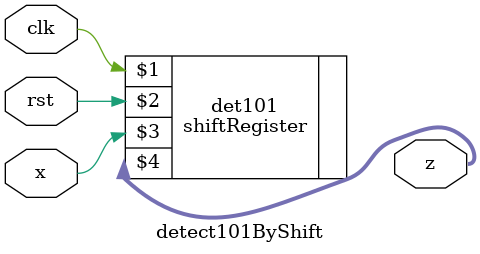
<source format=v>
`timescale 1ns / 1ps

module detect101ByShift(input clk, rst, x, output reg [2:0] z);
shiftRegister det101( clk, rst, x, z);

endmodule

</source>
